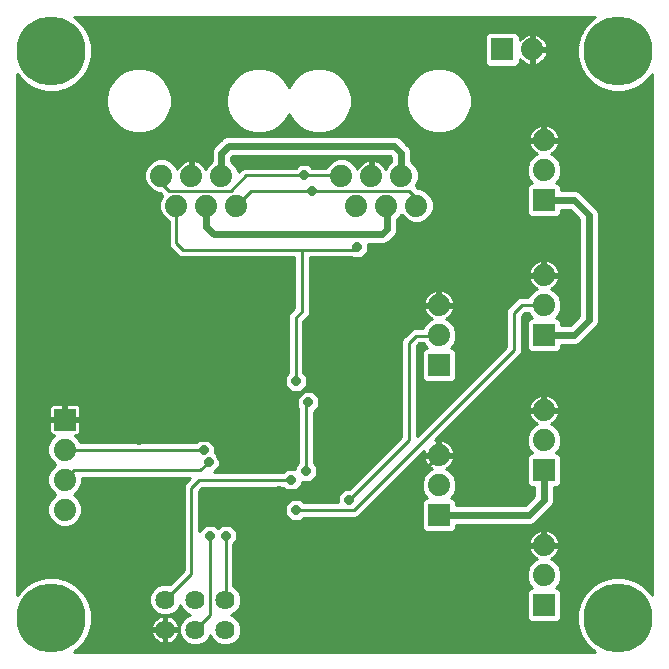
<source format=gbr>
G75*
G70*
%OFA0B0*%
%FSLAX24Y24*%
%IPPOS*%
%LPD*%
%AMOC8*
5,1,8,0,0,1.08239X$1,22.5*
%
%ADD10C,0.0640*%
%ADD11C,0.2300*%
%ADD12C,0.0740*%
%ADD13R,0.0740X0.0740*%
%ADD14C,0.0240*%
%ADD15OC8,0.0317*%
%ADD16C,0.0100*%
D10*
X005524Y001410D03*
X005524Y002410D03*
X006524Y002410D03*
X006524Y001410D03*
X007524Y001410D03*
X007524Y002410D03*
D11*
X001725Y001800D03*
X020622Y001800D03*
X020622Y020698D03*
X001725Y020698D03*
D12*
X005400Y016540D03*
X006400Y016540D03*
X007400Y016540D03*
X006900Y015540D03*
X005900Y015540D03*
X007900Y015540D03*
X011400Y016540D03*
X011900Y015540D03*
X012400Y016540D03*
X013400Y016540D03*
X012900Y015540D03*
X013900Y015540D03*
X014650Y012225D03*
X014650Y011225D03*
X018150Y012225D03*
X018150Y013225D03*
X018150Y016725D03*
X018150Y017725D03*
X017756Y020745D03*
X018150Y008725D03*
X018150Y007725D03*
X014650Y007225D03*
X014650Y006225D03*
X018150Y004225D03*
X018150Y003225D03*
X002174Y005406D03*
X002174Y006406D03*
X002174Y007406D03*
D13*
X002174Y008406D03*
X014650Y010225D03*
X018150Y011225D03*
X018150Y006725D03*
X014650Y005225D03*
X018150Y002225D03*
X018150Y015725D03*
X016756Y020745D03*
D14*
X013398Y017292D02*
X013398Y016542D01*
X013400Y016540D01*
X013398Y017292D02*
X013150Y017540D01*
X007650Y017540D01*
X007400Y017290D01*
X007400Y016540D01*
X006900Y015540D02*
X006900Y014833D01*
X007138Y014595D01*
X012768Y014595D01*
X012926Y014753D01*
X012926Y015515D01*
X012900Y015540D01*
X018150Y015725D02*
X019150Y015725D01*
X019650Y015225D01*
X019650Y011725D01*
X019150Y011225D01*
X018150Y011225D01*
X018150Y006725D02*
X018150Y005725D01*
X017650Y005225D01*
X014650Y005225D01*
D15*
X012650Y005225D03*
X011650Y005725D03*
X010217Y006702D03*
X009705Y006387D03*
X009310Y006032D03*
X009874Y005402D03*
X009310Y006976D03*
X009469Y008454D03*
X010296Y008985D03*
X009874Y009694D03*
X011477Y008139D03*
X013150Y008631D03*
X015737Y008316D03*
X012886Y011989D03*
X011902Y014162D03*
X010406Y016040D03*
X010150Y016544D03*
X009646Y012076D03*
X007264Y009713D03*
X006811Y007391D03*
X006969Y006997D03*
X004650Y007725D03*
X007020Y004536D03*
X007540Y004536D03*
X010150Y001225D03*
X012670Y003926D03*
X021150Y011225D03*
X015697Y013591D03*
X021150Y018225D03*
X015150Y021225D03*
X011650Y021225D03*
X008150Y021225D03*
X004650Y021225D03*
X001150Y018225D03*
X001150Y015725D03*
X004150Y013225D03*
X001150Y004225D03*
D16*
X000600Y004264D02*
X006138Y004264D01*
X006138Y004362D02*
X000600Y004362D01*
X000600Y004461D02*
X006138Y004461D01*
X006138Y004559D02*
X000600Y004559D01*
X000600Y004658D02*
X006138Y004658D01*
X006138Y004756D02*
X000600Y004756D01*
X000600Y004855D02*
X001990Y004855D01*
X002058Y004826D02*
X001845Y004915D01*
X001682Y005078D01*
X001594Y005291D01*
X001594Y005522D01*
X001682Y005735D01*
X001845Y005898D01*
X001865Y005906D01*
X001845Y005915D01*
X001682Y006078D01*
X001594Y006291D01*
X001594Y006522D01*
X001682Y006735D01*
X001845Y006898D01*
X001865Y006906D01*
X001845Y006915D01*
X001682Y007078D01*
X001594Y007291D01*
X001594Y007522D01*
X001682Y007735D01*
X001833Y007886D01*
X001784Y007886D01*
X001746Y007897D01*
X001712Y007916D01*
X001684Y007944D01*
X001664Y007978D01*
X001654Y008017D01*
X001654Y008356D01*
X002124Y008356D01*
X002124Y008456D01*
X001654Y008456D01*
X001654Y008796D01*
X001664Y008834D01*
X001684Y008868D01*
X001712Y008896D01*
X001746Y008916D01*
X001784Y008926D01*
X002124Y008926D01*
X002124Y008456D01*
X002224Y008456D01*
X002694Y008456D01*
X002694Y008796D01*
X002683Y008834D01*
X002664Y008868D01*
X002636Y008896D01*
X002602Y008916D01*
X002563Y008926D01*
X002224Y008926D01*
X002224Y008456D01*
X002224Y008356D01*
X002694Y008356D01*
X002694Y008017D01*
X002683Y007978D01*
X002664Y007944D01*
X002636Y007916D01*
X002602Y007897D01*
X002563Y007886D01*
X002514Y007886D01*
X002665Y007735D01*
X002700Y007651D01*
X006550Y007651D01*
X006659Y007759D01*
X006964Y007759D01*
X007180Y007543D01*
X007180Y007307D01*
X007338Y007150D01*
X007338Y006844D01*
X007140Y006647D01*
X009444Y006647D01*
X009552Y006755D01*
X009848Y006755D01*
X009848Y006854D01*
X009957Y006963D01*
X009957Y008802D01*
X009927Y008832D01*
X009927Y009138D01*
X010143Y009354D01*
X010448Y009354D01*
X010664Y009138D01*
X010664Y008832D01*
X010477Y008645D01*
X010477Y006963D01*
X010586Y006854D01*
X010586Y006549D01*
X010370Y006333D01*
X010074Y006333D01*
X010074Y006234D01*
X009858Y006018D01*
X009552Y006018D01*
X009444Y006127D01*
X006762Y006127D01*
X006658Y006023D01*
X006658Y004696D01*
X006867Y004905D01*
X007173Y004905D01*
X007280Y004798D01*
X007387Y004905D01*
X007693Y004905D01*
X007909Y004689D01*
X007909Y004383D01*
X007800Y004275D01*
X007800Y002870D01*
X007824Y002860D01*
X007973Y002710D01*
X008054Y002516D01*
X008054Y002305D01*
X007973Y002110D01*
X007824Y001961D01*
X007702Y001910D01*
X007824Y001860D01*
X007973Y001710D01*
X008054Y001516D01*
X008054Y001305D01*
X007973Y001110D01*
X007824Y000961D01*
X007629Y000880D01*
X007419Y000880D01*
X007224Y000961D01*
X007075Y001110D01*
X007024Y001232D01*
X006973Y001110D01*
X006824Y000961D01*
X006629Y000880D01*
X006419Y000880D01*
X006224Y000961D01*
X006075Y001110D01*
X005994Y001305D01*
X005994Y001516D01*
X006075Y001710D01*
X006224Y001860D01*
X006346Y001910D01*
X006224Y001961D01*
X006075Y002110D01*
X006024Y002232D01*
X005973Y002110D01*
X005824Y001961D01*
X005629Y001880D01*
X005419Y001880D01*
X005224Y001961D01*
X005075Y002110D01*
X004994Y002305D01*
X004994Y002516D01*
X005075Y002710D01*
X005224Y002860D01*
X005419Y002940D01*
X005629Y002940D01*
X005675Y002921D01*
X006138Y003384D01*
X006138Y006182D01*
X006178Y006278D01*
X006365Y006465D01*
X002754Y006465D01*
X002754Y006291D01*
X002665Y006078D01*
X002502Y005915D01*
X002482Y005906D01*
X002502Y005898D01*
X002665Y005735D01*
X002754Y005522D01*
X002754Y005291D01*
X002665Y005078D01*
X002502Y004915D01*
X002289Y004826D01*
X002058Y004826D01*
X001806Y004953D02*
X000600Y004953D01*
X000600Y005052D02*
X001708Y005052D01*
X001652Y005150D02*
X000600Y005150D01*
X000600Y005249D02*
X001611Y005249D01*
X001594Y005347D02*
X000600Y005347D01*
X000600Y005446D02*
X001594Y005446D01*
X001603Y005544D02*
X000600Y005544D01*
X000600Y005643D02*
X001644Y005643D01*
X001688Y005741D02*
X000600Y005741D01*
X000600Y005840D02*
X001787Y005840D01*
X001821Y005938D02*
X000600Y005938D01*
X000600Y006037D02*
X001723Y006037D01*
X001658Y006135D02*
X000600Y006135D01*
X000600Y006234D02*
X001617Y006234D01*
X001594Y006332D02*
X000600Y006332D01*
X000600Y006431D02*
X001594Y006431D01*
X001597Y006529D02*
X000600Y006529D01*
X000600Y006628D02*
X001638Y006628D01*
X001678Y006726D02*
X000600Y006726D01*
X000600Y006825D02*
X001772Y006825D01*
X001836Y006923D02*
X000600Y006923D01*
X000600Y007022D02*
X001738Y007022D01*
X001664Y007120D02*
X000600Y007120D01*
X000600Y007219D02*
X001624Y007219D01*
X001594Y007317D02*
X000600Y007317D01*
X000600Y007416D02*
X001594Y007416D01*
X001594Y007514D02*
X000600Y007514D01*
X000600Y007613D02*
X001631Y007613D01*
X001672Y007711D02*
X000600Y007711D01*
X000600Y007810D02*
X001757Y007810D01*
X001725Y007908D02*
X000600Y007908D01*
X000600Y008007D02*
X001656Y008007D01*
X001654Y008105D02*
X000600Y008105D01*
X000600Y008204D02*
X001654Y008204D01*
X001654Y008302D02*
X000600Y008302D01*
X000600Y008401D02*
X002124Y008401D01*
X002124Y008499D02*
X002224Y008499D01*
X002224Y008401D02*
X009957Y008401D01*
X009957Y008499D02*
X002694Y008499D01*
X002694Y008598D02*
X009957Y008598D01*
X009957Y008696D02*
X002694Y008696D01*
X002694Y008795D02*
X009957Y008795D01*
X009927Y008893D02*
X002639Y008893D01*
X002224Y008893D02*
X002124Y008893D01*
X002124Y008795D02*
X002224Y008795D01*
X002224Y008696D02*
X002124Y008696D01*
X002124Y008598D02*
X002224Y008598D01*
X002694Y008302D02*
X009957Y008302D01*
X009957Y008204D02*
X002694Y008204D01*
X002694Y008105D02*
X009957Y008105D01*
X009957Y008007D02*
X002691Y008007D01*
X002622Y007908D02*
X009957Y007908D01*
X009957Y007810D02*
X002590Y007810D01*
X002675Y007711D02*
X006611Y007711D01*
X006811Y007391D02*
X002189Y007391D01*
X002174Y007406D01*
X002493Y006725D02*
X002174Y006406D01*
X002493Y006725D02*
X006678Y006725D01*
X006969Y006997D01*
X007180Y007317D02*
X009957Y007317D01*
X009957Y007219D02*
X007269Y007219D01*
X007264Y007174D02*
X007462Y006976D01*
X009310Y006976D01*
X009523Y006726D02*
X007220Y006726D01*
X007318Y006825D02*
X009848Y006825D01*
X009917Y006923D02*
X007338Y006923D01*
X007338Y007022D02*
X009957Y007022D01*
X009957Y007120D02*
X007338Y007120D01*
X007264Y007174D02*
X007264Y007725D01*
X004650Y007725D01*
X006232Y006332D02*
X002754Y006332D01*
X002754Y006431D02*
X006330Y006431D01*
X006159Y006234D02*
X002730Y006234D01*
X002689Y006135D02*
X006138Y006135D01*
X006138Y006037D02*
X002624Y006037D01*
X002526Y005938D02*
X006138Y005938D01*
X006138Y005840D02*
X002560Y005840D01*
X002659Y005741D02*
X006138Y005741D01*
X006138Y005643D02*
X002703Y005643D01*
X002744Y005544D02*
X006138Y005544D01*
X006138Y005446D02*
X002754Y005446D01*
X002754Y005347D02*
X006138Y005347D01*
X006138Y005249D02*
X002736Y005249D01*
X002695Y005150D02*
X006138Y005150D01*
X006138Y005052D02*
X002639Y005052D01*
X002541Y004953D02*
X006138Y004953D01*
X006138Y004855D02*
X002358Y004855D01*
X001904Y003160D02*
X001546Y003160D01*
X001200Y003067D01*
X000890Y002888D01*
X000637Y002635D01*
X000600Y002572D01*
X000600Y019926D01*
X000637Y019863D01*
X000890Y019609D01*
X001200Y019430D01*
X001546Y019338D01*
X001904Y019338D01*
X002250Y019430D01*
X002560Y019609D01*
X002813Y019863D01*
X002992Y020173D01*
X003085Y020519D01*
X003085Y020877D01*
X002992Y021223D01*
X002813Y021533D01*
X002560Y021786D01*
X002497Y021822D01*
X019851Y021822D01*
X019787Y021786D01*
X019534Y021533D01*
X019355Y021223D01*
X019262Y020877D01*
X019262Y020519D01*
X019355Y020173D01*
X019534Y019863D01*
X019787Y019609D01*
X020098Y019430D01*
X020443Y019338D01*
X020801Y019338D01*
X021147Y019430D01*
X021458Y019609D01*
X021711Y019863D01*
X021747Y019926D01*
X021747Y002572D01*
X021711Y002635D01*
X021458Y002888D01*
X021147Y003067D01*
X020801Y003160D01*
X020443Y003160D01*
X020098Y003067D01*
X019787Y002888D01*
X019534Y002635D01*
X019355Y002325D01*
X019262Y001979D01*
X019262Y001621D01*
X019355Y001275D01*
X019534Y000965D01*
X019787Y000712D01*
X019851Y000675D01*
X002497Y000675D01*
X002560Y000712D01*
X002813Y000965D01*
X002992Y001275D01*
X003085Y001621D01*
X003085Y001979D01*
X002992Y002325D01*
X002813Y002635D01*
X002560Y002888D01*
X002250Y003067D01*
X001904Y003160D01*
X002196Y003082D02*
X005836Y003082D01*
X005934Y003180D02*
X000600Y003180D01*
X000600Y003082D02*
X001254Y003082D01*
X001054Y002983D02*
X000600Y002983D01*
X000600Y002885D02*
X000886Y002885D01*
X000788Y002786D02*
X000600Y002786D01*
X000600Y002688D02*
X000689Y002688D01*
X000610Y002589D02*
X000600Y002589D01*
X000600Y003279D02*
X006033Y003279D01*
X006131Y003377D02*
X000600Y003377D01*
X000600Y003476D02*
X006138Y003476D01*
X006138Y003574D02*
X000600Y003574D01*
X000600Y003673D02*
X006138Y003673D01*
X006138Y003771D02*
X000600Y003771D01*
X000600Y003870D02*
X006138Y003870D01*
X006138Y003968D02*
X000600Y003968D01*
X000600Y004067D02*
X006138Y004067D01*
X006138Y004165D02*
X000600Y004165D01*
X002395Y002983D02*
X005737Y002983D01*
X005285Y002885D02*
X002563Y002885D01*
X002662Y002786D02*
X005150Y002786D01*
X005065Y002688D02*
X002760Y002688D01*
X002840Y002589D02*
X005024Y002589D01*
X004994Y002491D02*
X002896Y002491D01*
X002953Y002392D02*
X004994Y002392D01*
X004999Y002294D02*
X003000Y002294D01*
X003027Y002195D02*
X005039Y002195D01*
X005088Y002097D02*
X003053Y002097D01*
X003080Y001998D02*
X005187Y001998D01*
X005278Y001812D02*
X005218Y001769D01*
X005166Y001716D01*
X005122Y001657D01*
X005088Y001591D01*
X005066Y001520D01*
X005054Y001449D01*
X005485Y001449D01*
X005485Y001372D01*
X005054Y001372D01*
X005066Y001300D01*
X005088Y001230D01*
X005122Y001164D01*
X005166Y001104D01*
X005218Y001052D01*
X005278Y001008D01*
X005344Y000975D01*
X005414Y000952D01*
X005485Y000940D01*
X005485Y001372D01*
X005563Y001372D01*
X005563Y001449D01*
X005994Y001449D01*
X005982Y001520D01*
X005960Y001591D01*
X005926Y001657D01*
X005883Y001716D01*
X005830Y001769D01*
X005770Y001812D01*
X005704Y001846D01*
X005634Y001869D01*
X005563Y001880D01*
X005563Y001449D01*
X005485Y001449D01*
X005485Y001880D01*
X005414Y001869D01*
X005344Y001846D01*
X005278Y001812D01*
X005263Y001801D02*
X003085Y001801D01*
X003085Y001703D02*
X005156Y001703D01*
X005095Y001604D02*
X003080Y001604D01*
X003054Y001506D02*
X005063Y001506D01*
X005064Y001309D02*
X003001Y001309D01*
X003028Y001407D02*
X005485Y001407D01*
X005563Y001407D02*
X005994Y001407D01*
X005994Y001372D02*
X005563Y001372D01*
X005563Y000940D01*
X005634Y000952D01*
X005704Y000975D01*
X005770Y001008D01*
X005830Y001052D01*
X005883Y001104D01*
X005926Y001164D01*
X005960Y001230D01*
X005982Y001300D01*
X005994Y001372D01*
X005984Y001309D02*
X005994Y001309D01*
X006033Y001210D02*
X005950Y001210D01*
X005888Y001112D02*
X006074Y001112D01*
X006172Y001013D02*
X005777Y001013D01*
X005563Y001013D02*
X005485Y001013D01*
X005485Y001112D02*
X005563Y001112D01*
X005563Y001210D02*
X005485Y001210D01*
X005485Y001309D02*
X005563Y001309D01*
X005563Y001506D02*
X005485Y001506D01*
X005485Y001604D02*
X005563Y001604D01*
X005563Y001703D02*
X005485Y001703D01*
X005485Y001801D02*
X005563Y001801D01*
X005676Y001900D02*
X006321Y001900D01*
X006187Y001998D02*
X005862Y001998D01*
X005960Y002097D02*
X006088Y002097D01*
X006039Y002195D02*
X006009Y002195D01*
X006165Y001801D02*
X005786Y001801D01*
X005892Y001703D02*
X006071Y001703D01*
X006031Y001604D02*
X005953Y001604D01*
X005985Y001506D02*
X005994Y001506D01*
X006335Y000915D02*
X002763Y000915D01*
X002841Y001013D02*
X005271Y001013D01*
X005160Y001112D02*
X002898Y001112D01*
X002955Y001210D02*
X005098Y001210D01*
X005372Y001900D02*
X003085Y001900D01*
X002664Y000816D02*
X019683Y000816D01*
X019781Y000718D02*
X002566Y000718D01*
X005524Y002410D02*
X005532Y002410D01*
X006398Y003276D01*
X006398Y006131D01*
X006654Y006387D01*
X009705Y006387D01*
X009975Y006135D02*
X011692Y006135D01*
X011651Y006094D02*
X011497Y006094D01*
X011281Y005878D01*
X011281Y005662D01*
X010136Y005662D01*
X010027Y005771D01*
X009722Y005771D01*
X009506Y005555D01*
X009506Y005250D01*
X009722Y005034D01*
X010027Y005034D01*
X010136Y005142D01*
X011879Y005142D01*
X011974Y005182D01*
X014144Y007352D01*
X014143Y007347D01*
X014131Y007275D01*
X014600Y007275D01*
X014600Y007175D01*
X014131Y007175D01*
X014143Y007103D01*
X014168Y007026D01*
X014205Y006953D01*
X014253Y006886D01*
X014311Y006829D01*
X014377Y006780D01*
X014421Y006758D01*
X014321Y006717D01*
X014158Y006554D01*
X014070Y006341D01*
X014070Y006110D01*
X014158Y005897D01*
X014250Y005805D01*
X014193Y005805D01*
X014070Y005682D01*
X014070Y004768D01*
X014193Y004645D01*
X015107Y004645D01*
X015230Y004768D01*
X015230Y004895D01*
X017716Y004895D01*
X017837Y004945D01*
X018337Y005445D01*
X018430Y005538D01*
X018480Y005660D01*
X018480Y006145D01*
X018607Y006145D01*
X018730Y006268D01*
X018730Y007182D01*
X018607Y007305D01*
X018550Y007305D01*
X018642Y007397D01*
X018730Y007610D01*
X018730Y007841D01*
X018642Y008054D01*
X018479Y008217D01*
X018379Y008258D01*
X018423Y008280D01*
X018489Y008329D01*
X018547Y008386D01*
X018595Y008453D01*
X018632Y008526D01*
X018657Y008603D01*
X018669Y008675D01*
X018200Y008675D01*
X018200Y008775D01*
X018669Y008775D01*
X018657Y008847D01*
X018632Y008925D01*
X018595Y008998D01*
X018547Y009064D01*
X018489Y009122D01*
X018423Y009170D01*
X018350Y009207D01*
X018272Y009232D01*
X018200Y009244D01*
X018200Y008775D01*
X018100Y008775D01*
X018100Y008675D01*
X017631Y008675D01*
X017643Y008603D01*
X017668Y008526D01*
X017705Y008453D01*
X017753Y008386D01*
X017811Y008329D01*
X017877Y008280D01*
X017921Y008258D01*
X017821Y008217D01*
X017658Y008054D01*
X017570Y007841D01*
X017570Y007610D01*
X017658Y007397D01*
X017750Y007305D01*
X017693Y007305D01*
X017570Y007182D01*
X017570Y006268D01*
X017693Y006145D01*
X017820Y006145D01*
X017820Y005862D01*
X017513Y005555D01*
X015230Y005555D01*
X015230Y005682D01*
X015107Y005805D01*
X015050Y005805D01*
X015142Y005897D01*
X015230Y006110D01*
X015230Y006341D01*
X015142Y006554D01*
X014979Y006717D01*
X014879Y006758D01*
X014923Y006780D01*
X014989Y006829D01*
X015047Y006886D01*
X015095Y006953D01*
X015132Y007026D01*
X015157Y007103D01*
X015169Y007175D01*
X014700Y007175D01*
X014700Y007275D01*
X015169Y007275D01*
X015157Y007347D01*
X015132Y007425D01*
X015095Y007498D01*
X015047Y007564D01*
X014989Y007622D01*
X014923Y007670D01*
X014850Y007707D01*
X014772Y007732D01*
X014700Y007744D01*
X014700Y007275D01*
X014600Y007275D01*
X014600Y007744D01*
X014528Y007732D01*
X014523Y007731D01*
X017297Y010505D01*
X017370Y010578D01*
X017410Y010673D01*
X017410Y011862D01*
X017521Y011973D01*
X017627Y011973D01*
X017658Y011897D01*
X017750Y011805D01*
X017693Y011805D01*
X017570Y011682D01*
X017570Y010768D01*
X017693Y010645D01*
X018607Y010645D01*
X018730Y010768D01*
X018730Y010895D01*
X019216Y010895D01*
X019337Y010945D01*
X019430Y011038D01*
X019930Y011538D01*
X019980Y011660D01*
X019980Y015291D01*
X019930Y015412D01*
X019837Y015505D01*
X019337Y016005D01*
X019216Y016055D01*
X018730Y016055D01*
X018730Y016182D01*
X018607Y016305D01*
X018550Y016305D01*
X018642Y016397D01*
X018730Y016610D01*
X018730Y016841D01*
X018642Y017054D01*
X018479Y017217D01*
X018379Y017258D01*
X018423Y017280D01*
X018489Y017329D01*
X018547Y017386D01*
X018595Y017453D01*
X018632Y017526D01*
X018657Y017603D01*
X018669Y017675D01*
X018200Y017675D01*
X018200Y017775D01*
X018669Y017775D01*
X018657Y017847D01*
X018632Y017925D01*
X018595Y017998D01*
X018547Y018064D01*
X018489Y018122D01*
X018423Y018170D01*
X018350Y018207D01*
X018272Y018232D01*
X018200Y018244D01*
X018200Y017775D01*
X018100Y017775D01*
X018100Y017675D01*
X017631Y017675D01*
X017643Y017603D01*
X017668Y017526D01*
X017705Y017453D01*
X017753Y017386D01*
X017811Y017329D01*
X017877Y017280D01*
X017921Y017258D01*
X017821Y017217D01*
X017658Y017054D01*
X017570Y016841D01*
X017570Y016610D01*
X017658Y016397D01*
X017750Y016305D01*
X017693Y016305D01*
X017570Y016182D01*
X017570Y015268D01*
X017693Y015145D01*
X018607Y015145D01*
X018730Y015268D01*
X018730Y015395D01*
X019013Y015395D01*
X019320Y015089D01*
X019320Y011862D01*
X019013Y011555D01*
X018730Y011555D01*
X018730Y011682D01*
X018607Y011805D01*
X018550Y011805D01*
X018642Y011897D01*
X018730Y012110D01*
X018730Y012341D01*
X019320Y012341D01*
X019320Y012439D02*
X018689Y012439D01*
X018730Y012341D02*
X018642Y012554D01*
X018479Y012717D01*
X018379Y012758D01*
X018423Y012780D01*
X018489Y012829D01*
X018547Y012886D01*
X018595Y012953D01*
X018632Y013026D01*
X018657Y013103D01*
X018669Y013175D01*
X018200Y013175D01*
X018200Y013275D01*
X018669Y013275D01*
X018657Y013347D01*
X018632Y013425D01*
X018595Y013498D01*
X018547Y013564D01*
X018489Y013622D01*
X018423Y013670D01*
X018350Y013707D01*
X018272Y013732D01*
X018200Y013744D01*
X018200Y013275D01*
X018100Y013275D01*
X018100Y013175D01*
X017631Y013175D01*
X017643Y013103D01*
X017668Y013026D01*
X017705Y012953D01*
X017753Y012886D01*
X017811Y012829D01*
X017877Y012780D01*
X017921Y012758D01*
X017821Y012717D01*
X017658Y012554D01*
X017633Y012493D01*
X017362Y012493D01*
X017267Y012453D01*
X017193Y012380D01*
X016930Y012117D01*
X016890Y012021D01*
X016890Y010833D01*
X013910Y007853D01*
X013910Y010862D01*
X013998Y010949D01*
X014136Y010949D01*
X014158Y010897D01*
X014250Y010805D01*
X014193Y010805D01*
X014070Y010682D01*
X014070Y009768D01*
X014193Y009645D01*
X015107Y009645D01*
X015230Y009768D01*
X015230Y010682D01*
X015107Y010805D01*
X015050Y010805D01*
X015142Y010897D01*
X015230Y011110D01*
X015230Y011341D01*
X015142Y011554D01*
X014979Y011717D01*
X014879Y011758D01*
X014923Y011780D01*
X014989Y011829D01*
X015047Y011886D01*
X015095Y011953D01*
X015132Y012026D01*
X015157Y012103D01*
X015169Y012175D01*
X014700Y012175D01*
X014700Y012275D01*
X015169Y012275D01*
X015157Y012347D01*
X015132Y012425D01*
X015095Y012498D01*
X015047Y012564D01*
X014989Y012622D01*
X014923Y012670D01*
X014850Y012707D01*
X014772Y012732D01*
X014700Y012744D01*
X014700Y012275D01*
X014600Y012275D01*
X014600Y012175D01*
X014131Y012175D01*
X014143Y012103D01*
X014168Y012026D01*
X014205Y011953D01*
X014253Y011886D01*
X014311Y011829D01*
X014377Y011780D01*
X014421Y011758D01*
X014321Y011717D01*
X014158Y011554D01*
X014123Y011469D01*
X013838Y011469D01*
X013743Y011430D01*
X013670Y011357D01*
X013503Y011190D01*
X013503Y011190D01*
X013430Y011117D01*
X013390Y011021D01*
X013390Y007833D01*
X011651Y006094D01*
X011791Y006234D02*
X010074Y006234D01*
X010074Y006332D02*
X011889Y006332D01*
X011988Y006431D02*
X010468Y006431D01*
X010566Y006529D02*
X012086Y006529D01*
X012185Y006628D02*
X010586Y006628D01*
X010586Y006726D02*
X012283Y006726D01*
X012382Y006825D02*
X010586Y006825D01*
X010517Y006923D02*
X012480Y006923D01*
X012579Y007022D02*
X010477Y007022D01*
X010477Y007120D02*
X012677Y007120D01*
X012776Y007219D02*
X010477Y007219D01*
X010477Y007317D02*
X012874Y007317D01*
X012973Y007416D02*
X010477Y007416D01*
X010477Y007514D02*
X013071Y007514D01*
X013170Y007613D02*
X010477Y007613D01*
X010477Y007711D02*
X013268Y007711D01*
X013367Y007810D02*
X010477Y007810D01*
X010477Y007908D02*
X013390Y007908D01*
X013390Y008007D02*
X010477Y008007D01*
X010477Y008105D02*
X013390Y008105D01*
X013390Y008204D02*
X010477Y008204D01*
X010477Y008302D02*
X013390Y008302D01*
X013390Y008401D02*
X010477Y008401D01*
X010477Y008499D02*
X013390Y008499D01*
X013390Y008598D02*
X010477Y008598D01*
X010528Y008696D02*
X013390Y008696D01*
X013390Y008795D02*
X010627Y008795D01*
X010664Y008893D02*
X013390Y008893D01*
X013390Y008992D02*
X010664Y008992D01*
X010664Y009090D02*
X013390Y009090D01*
X013390Y009189D02*
X010613Y009189D01*
X010515Y009287D02*
X013390Y009287D01*
X013390Y009386D02*
X010088Y009386D01*
X010027Y009325D02*
X010243Y009541D01*
X010243Y009846D01*
X010134Y009955D01*
X010134Y011692D01*
X010238Y011796D01*
X010311Y011869D01*
X010351Y011965D01*
X010351Y013816D01*
X011727Y013816D01*
X011749Y013793D01*
X012055Y013793D01*
X012271Y014009D01*
X012271Y014265D01*
X012834Y014265D01*
X012955Y014316D01*
X013113Y014473D01*
X013205Y014566D01*
X013256Y014687D01*
X013256Y015076D01*
X013392Y015212D01*
X013400Y015232D01*
X013408Y015212D01*
X013571Y015048D01*
X013785Y014960D01*
X014015Y014960D01*
X014229Y015048D01*
X014392Y015212D01*
X014480Y015425D01*
X014480Y015656D01*
X014392Y015869D01*
X014229Y016032D01*
X014015Y016120D01*
X013938Y016120D01*
X013870Y016187D01*
X013869Y016189D01*
X013892Y016212D01*
X013980Y016425D01*
X013980Y016656D01*
X013892Y016869D01*
X013729Y017032D01*
X013728Y017032D01*
X013728Y017358D01*
X013678Y017479D01*
X013585Y017572D01*
X013337Y017820D01*
X013216Y017870D01*
X007584Y017870D01*
X007463Y017820D01*
X007370Y017727D01*
X007120Y017477D01*
X007070Y017356D01*
X007070Y017030D01*
X006908Y016869D01*
X006867Y016769D01*
X006845Y016813D01*
X006797Y016879D01*
X006739Y016937D01*
X006673Y016985D01*
X006600Y017022D01*
X006522Y017047D01*
X006450Y017059D01*
X006450Y016590D01*
X006350Y016590D01*
X006350Y017059D01*
X006278Y017047D01*
X006200Y017022D01*
X006127Y016985D01*
X006061Y016937D01*
X006003Y016879D01*
X005955Y016813D01*
X005933Y016769D01*
X005892Y016869D01*
X005729Y017032D01*
X005515Y017120D01*
X005285Y017120D01*
X005071Y017032D01*
X004908Y016869D01*
X004820Y016656D01*
X004820Y016425D01*
X004908Y016212D01*
X005071Y016048D01*
X005285Y015960D01*
X005362Y015960D01*
X005430Y015893D01*
X005431Y015891D01*
X005408Y015869D01*
X005320Y015656D01*
X005320Y015425D01*
X005408Y015212D01*
X005571Y015048D01*
X005640Y015020D01*
X005640Y014238D01*
X005680Y014143D01*
X005894Y013928D01*
X005967Y013855D01*
X006063Y013816D01*
X009831Y013816D01*
X009831Y012124D01*
X009654Y011947D01*
X009614Y011852D01*
X009614Y009955D01*
X009506Y009846D01*
X009506Y009541D01*
X009722Y009325D01*
X010027Y009325D01*
X010076Y009287D02*
X000600Y009287D01*
X000600Y009189D02*
X009978Y009189D01*
X009927Y009090D02*
X000600Y009090D01*
X000600Y008992D02*
X009927Y008992D01*
X010217Y008906D02*
X010296Y008985D01*
X010217Y008906D02*
X010217Y006702D01*
X009877Y006037D02*
X011440Y006037D01*
X011342Y005938D02*
X006658Y005938D01*
X006658Y005840D02*
X011281Y005840D01*
X011281Y005741D02*
X010057Y005741D01*
X009692Y005741D02*
X006658Y005741D01*
X006658Y005643D02*
X009593Y005643D01*
X009506Y005544D02*
X006658Y005544D01*
X006658Y005446D02*
X009506Y005446D01*
X009506Y005347D02*
X006658Y005347D01*
X006658Y005249D02*
X009507Y005249D01*
X009605Y005150D02*
X006658Y005150D01*
X006658Y005052D02*
X009704Y005052D01*
X010045Y005052D02*
X014070Y005052D01*
X014070Y005150D02*
X011898Y005150D01*
X012041Y005249D02*
X014070Y005249D01*
X014070Y005347D02*
X012140Y005347D01*
X012238Y005446D02*
X014070Y005446D01*
X014070Y005544D02*
X012337Y005544D01*
X012435Y005643D02*
X014070Y005643D01*
X014129Y005741D02*
X012534Y005741D01*
X012632Y005840D02*
X014215Y005840D01*
X014141Y005938D02*
X012731Y005938D01*
X012829Y006037D02*
X014100Y006037D01*
X014070Y006135D02*
X012928Y006135D01*
X013026Y006234D02*
X014070Y006234D01*
X014070Y006332D02*
X013125Y006332D01*
X013223Y006431D02*
X014107Y006431D01*
X014148Y006529D02*
X013322Y006529D01*
X013420Y006628D02*
X014232Y006628D01*
X014344Y006726D02*
X013519Y006726D01*
X013617Y006825D02*
X014317Y006825D01*
X014227Y006923D02*
X013716Y006923D01*
X013814Y007022D02*
X014170Y007022D01*
X014140Y007120D02*
X013913Y007120D01*
X014011Y007219D02*
X014600Y007219D01*
X014650Y007225D02*
X013650Y006225D01*
X013650Y004725D01*
X014150Y004225D01*
X009690Y004225D01*
X009310Y004605D01*
X009310Y006032D01*
X009330Y006052D01*
X011260Y006052D01*
X011477Y006269D01*
X011477Y008139D01*
X012953Y008139D01*
X013150Y008335D01*
X013150Y008631D01*
X013910Y008598D02*
X014655Y008598D01*
X014753Y008696D02*
X013910Y008696D01*
X013910Y008795D02*
X014852Y008795D01*
X014950Y008893D02*
X013910Y008893D01*
X013910Y008992D02*
X015049Y008992D01*
X015147Y009090D02*
X013910Y009090D01*
X013910Y009189D02*
X015246Y009189D01*
X015344Y009287D02*
X013910Y009287D01*
X013910Y009386D02*
X015443Y009386D01*
X015541Y009484D02*
X013910Y009484D01*
X013910Y009583D02*
X015640Y009583D01*
X015738Y009681D02*
X015143Y009681D01*
X015230Y009780D02*
X015837Y009780D01*
X015935Y009878D02*
X015230Y009878D01*
X015230Y009977D02*
X016034Y009977D01*
X016132Y010075D02*
X015230Y010075D01*
X015230Y010174D02*
X016231Y010174D01*
X016329Y010272D02*
X015230Y010272D01*
X015230Y010371D02*
X016428Y010371D01*
X016526Y010469D02*
X015230Y010469D01*
X015230Y010568D02*
X016625Y010568D01*
X016723Y010666D02*
X015230Y010666D01*
X015147Y010765D02*
X016822Y010765D01*
X016890Y010863D02*
X015108Y010863D01*
X015169Y010962D02*
X016890Y010962D01*
X016890Y011060D02*
X015209Y011060D01*
X015230Y011159D02*
X016890Y011159D01*
X016890Y011257D02*
X015230Y011257D01*
X015224Y011356D02*
X016890Y011356D01*
X016890Y011454D02*
X015183Y011454D01*
X015142Y011553D02*
X016890Y011553D01*
X016890Y011651D02*
X015044Y011651D01*
X014899Y011750D02*
X016890Y011750D01*
X016890Y011848D02*
X015008Y011848D01*
X015090Y011947D02*
X016890Y011947D01*
X016900Y012045D02*
X015138Y012045D01*
X015164Y012144D02*
X016957Y012144D01*
X017055Y012242D02*
X014700Y012242D01*
X014650Y012225D02*
X013150Y012225D01*
X012914Y011989D01*
X012886Y011989D01*
X013570Y011257D02*
X010134Y011257D01*
X010134Y011159D02*
X013472Y011159D01*
X013406Y011060D02*
X010134Y011060D01*
X010134Y010962D02*
X013390Y010962D01*
X013390Y010863D02*
X010134Y010863D01*
X010134Y010765D02*
X013390Y010765D01*
X013390Y010666D02*
X010134Y010666D01*
X010134Y010568D02*
X013390Y010568D01*
X013390Y010469D02*
X010134Y010469D01*
X010134Y010371D02*
X013390Y010371D01*
X013390Y010272D02*
X010134Y010272D01*
X010134Y010174D02*
X013390Y010174D01*
X013390Y010075D02*
X010134Y010075D01*
X010134Y009977D02*
X013390Y009977D01*
X013390Y009878D02*
X010211Y009878D01*
X010243Y009780D02*
X013390Y009780D01*
X013390Y009681D02*
X010243Y009681D01*
X010243Y009583D02*
X013390Y009583D01*
X013390Y009484D02*
X010186Y009484D01*
X009874Y009694D02*
X009874Y011800D01*
X010091Y012017D01*
X010091Y014076D01*
X011815Y014076D01*
X011902Y014162D01*
X012178Y013917D02*
X019320Y013917D01*
X019320Y014015D02*
X012271Y014015D01*
X012271Y014114D02*
X019320Y014114D01*
X019320Y014212D02*
X012271Y014212D01*
X012079Y013818D02*
X019320Y013818D01*
X019320Y013720D02*
X018311Y013720D01*
X018200Y013720D02*
X018100Y013720D01*
X018100Y013744D02*
X018028Y013732D01*
X017950Y013707D01*
X017877Y013670D01*
X017811Y013622D01*
X017753Y013564D01*
X017705Y013498D01*
X017668Y013425D01*
X017643Y013347D01*
X017631Y013275D01*
X018100Y013275D01*
X018100Y013744D01*
X017989Y013720D02*
X010351Y013720D01*
X010351Y013621D02*
X017811Y013621D01*
X017723Y013523D02*
X010351Y013523D01*
X010351Y013424D02*
X017668Y013424D01*
X017639Y013326D02*
X010351Y013326D01*
X010351Y013227D02*
X018100Y013227D01*
X018150Y013225D02*
X017650Y013225D01*
X017150Y013725D01*
X017150Y017225D01*
X017650Y017725D01*
X018150Y017725D01*
X018200Y017758D02*
X021747Y017758D01*
X021747Y017660D02*
X018666Y017660D01*
X018643Y017561D02*
X021747Y017561D01*
X021747Y017463D02*
X018600Y017463D01*
X018524Y017364D02*
X021747Y017364D01*
X021747Y017266D02*
X018394Y017266D01*
X018528Y017167D02*
X021747Y017167D01*
X021747Y017069D02*
X018627Y017069D01*
X018676Y016970D02*
X021747Y016970D01*
X021747Y016872D02*
X018717Y016872D01*
X018730Y016773D02*
X021747Y016773D01*
X021747Y016675D02*
X018730Y016675D01*
X018716Y016576D02*
X021747Y016576D01*
X021747Y016478D02*
X018675Y016478D01*
X018624Y016379D02*
X021747Y016379D01*
X021747Y016281D02*
X018631Y016281D01*
X018730Y016182D02*
X021747Y016182D01*
X021747Y016084D02*
X018730Y016084D01*
X019357Y015985D02*
X021747Y015985D01*
X021747Y015887D02*
X019455Y015887D01*
X019554Y015788D02*
X021747Y015788D01*
X021747Y015690D02*
X019652Y015690D01*
X019751Y015591D02*
X021747Y015591D01*
X021747Y015493D02*
X019849Y015493D01*
X019937Y015394D02*
X021747Y015394D01*
X021747Y015296D02*
X019978Y015296D01*
X019980Y015197D02*
X021747Y015197D01*
X021747Y015099D02*
X019980Y015099D01*
X019980Y015000D02*
X021747Y015000D01*
X021747Y014902D02*
X019980Y014902D01*
X019980Y014803D02*
X021747Y014803D01*
X021747Y014705D02*
X019980Y014705D01*
X019980Y014606D02*
X021747Y014606D01*
X021747Y014508D02*
X019980Y014508D01*
X019980Y014409D02*
X021747Y014409D01*
X021747Y014311D02*
X019980Y014311D01*
X019980Y014212D02*
X021747Y014212D01*
X021747Y014114D02*
X019980Y014114D01*
X019980Y014015D02*
X021747Y014015D01*
X021747Y013917D02*
X019980Y013917D01*
X019980Y013818D02*
X021747Y013818D01*
X021747Y013720D02*
X019980Y013720D01*
X019980Y013621D02*
X021747Y013621D01*
X021747Y013523D02*
X019980Y013523D01*
X019980Y013424D02*
X021747Y013424D01*
X021747Y013326D02*
X019980Y013326D01*
X019980Y013227D02*
X021747Y013227D01*
X021747Y013129D02*
X019980Y013129D01*
X019980Y013030D02*
X021747Y013030D01*
X021747Y012932D02*
X019980Y012932D01*
X019980Y012833D02*
X021747Y012833D01*
X021747Y012735D02*
X019980Y012735D01*
X019980Y012636D02*
X021747Y012636D01*
X021747Y012538D02*
X019980Y012538D01*
X019980Y012439D02*
X021747Y012439D01*
X021747Y012341D02*
X019980Y012341D01*
X019980Y012242D02*
X021747Y012242D01*
X021747Y012144D02*
X019980Y012144D01*
X019980Y012045D02*
X021747Y012045D01*
X021747Y011947D02*
X019980Y011947D01*
X019980Y011848D02*
X021747Y011848D01*
X021747Y011750D02*
X019980Y011750D01*
X019977Y011651D02*
X021747Y011651D01*
X021747Y011553D02*
X019936Y011553D01*
X019846Y011454D02*
X021747Y011454D01*
X021747Y011356D02*
X019747Y011356D01*
X019649Y011257D02*
X021747Y011257D01*
X021747Y011159D02*
X019550Y011159D01*
X019452Y011060D02*
X021747Y011060D01*
X021747Y010962D02*
X019353Y010962D01*
X018730Y010863D02*
X021747Y010863D01*
X021747Y010765D02*
X018727Y010765D01*
X018628Y010666D02*
X021747Y010666D01*
X021747Y010568D02*
X017360Y010568D01*
X017407Y010666D02*
X017672Y010666D01*
X017573Y010765D02*
X017410Y010765D01*
X017410Y010863D02*
X017570Y010863D01*
X017570Y010962D02*
X017410Y010962D01*
X017410Y011060D02*
X017570Y011060D01*
X017570Y011159D02*
X017410Y011159D01*
X017410Y011257D02*
X017570Y011257D01*
X017570Y011356D02*
X017410Y011356D01*
X017410Y011454D02*
X017570Y011454D01*
X017570Y011553D02*
X017410Y011553D01*
X017410Y011651D02*
X017570Y011651D01*
X017638Y011750D02*
X017410Y011750D01*
X017410Y011848D02*
X017707Y011848D01*
X017638Y011947D02*
X017495Y011947D01*
X017414Y012233D02*
X018142Y012233D01*
X018150Y012225D01*
X018559Y012636D02*
X019320Y012636D01*
X019320Y012538D02*
X018648Y012538D01*
X018435Y012735D02*
X019320Y012735D01*
X019320Y012833D02*
X018493Y012833D01*
X018580Y012932D02*
X019320Y012932D01*
X019320Y013030D02*
X018633Y013030D01*
X018661Y013129D02*
X019320Y013129D01*
X019320Y013227D02*
X018200Y013227D01*
X018200Y013326D02*
X018100Y013326D01*
X018100Y013424D02*
X018200Y013424D01*
X018200Y013523D02*
X018100Y013523D01*
X018100Y013621D02*
X018200Y013621D01*
X018489Y013621D02*
X019320Y013621D01*
X019320Y013523D02*
X018577Y013523D01*
X018632Y013424D02*
X019320Y013424D01*
X019320Y013326D02*
X018661Y013326D01*
X017807Y012833D02*
X010351Y012833D01*
X010351Y012735D02*
X014543Y012735D01*
X014528Y012732D02*
X014450Y012707D01*
X014377Y012670D01*
X014311Y012622D01*
X014253Y012564D01*
X014205Y012498D01*
X014168Y012425D01*
X014143Y012347D01*
X014131Y012275D01*
X014600Y012275D01*
X014600Y012744D01*
X014528Y012732D01*
X014600Y012735D02*
X014700Y012735D01*
X014757Y012735D02*
X017865Y012735D01*
X017741Y012636D02*
X014969Y012636D01*
X015066Y012538D02*
X017652Y012538D01*
X017414Y012233D02*
X017150Y011969D01*
X017150Y010725D01*
X011827Y005402D01*
X009874Y005402D01*
X009534Y006037D02*
X006672Y006037D01*
X006658Y004953D02*
X014070Y004953D01*
X014070Y004855D02*
X007743Y004855D01*
X007841Y004756D02*
X014082Y004756D01*
X014181Y004658D02*
X007909Y004658D01*
X007909Y004559D02*
X017750Y004559D01*
X017753Y004564D02*
X017705Y004498D01*
X017668Y004425D01*
X017643Y004347D01*
X017631Y004275D01*
X018100Y004275D01*
X018100Y004175D01*
X017631Y004175D01*
X017643Y004103D01*
X017668Y004026D01*
X017705Y003953D01*
X017753Y003886D01*
X017811Y003829D01*
X017877Y003780D01*
X017921Y003758D01*
X017821Y003717D01*
X017658Y003554D01*
X017570Y003341D01*
X017570Y003110D01*
X017658Y002897D01*
X017750Y002805D01*
X017693Y002805D01*
X017570Y002682D01*
X017570Y001768D01*
X017693Y001645D01*
X018607Y001645D01*
X018730Y001768D01*
X018730Y002682D01*
X018607Y002805D01*
X018550Y002805D01*
X018642Y002897D01*
X018730Y003110D01*
X018730Y003341D01*
X018642Y003554D01*
X018479Y003717D01*
X018379Y003758D01*
X018423Y003780D01*
X018489Y003829D01*
X018547Y003886D01*
X018595Y003953D01*
X018632Y004026D01*
X018657Y004103D01*
X018669Y004175D01*
X018200Y004175D01*
X018200Y004275D01*
X018669Y004275D01*
X018657Y004347D01*
X018632Y004425D01*
X018595Y004498D01*
X018547Y004564D01*
X018489Y004622D01*
X018423Y004670D01*
X018350Y004707D01*
X018272Y004732D01*
X018200Y004744D01*
X018200Y004275D01*
X018100Y004275D01*
X018100Y004744D01*
X018028Y004732D01*
X017950Y004707D01*
X017877Y004670D01*
X017811Y004622D01*
X017753Y004564D01*
X017686Y004461D02*
X007909Y004461D01*
X007887Y004362D02*
X017648Y004362D01*
X017633Y004165D02*
X007800Y004165D01*
X007800Y004067D02*
X017655Y004067D01*
X017697Y003968D02*
X007800Y003968D01*
X007800Y003870D02*
X017770Y003870D01*
X017896Y003771D02*
X007800Y003771D01*
X007800Y003673D02*
X017777Y003673D01*
X017679Y003574D02*
X007800Y003574D01*
X007800Y003476D02*
X017626Y003476D01*
X017585Y003377D02*
X007800Y003377D01*
X007800Y003279D02*
X017570Y003279D01*
X017570Y003180D02*
X007800Y003180D01*
X007800Y003082D02*
X017582Y003082D01*
X017622Y002983D02*
X007800Y002983D01*
X007800Y002885D02*
X017670Y002885D01*
X017674Y002786D02*
X007898Y002786D01*
X007983Y002688D02*
X017576Y002688D01*
X017570Y002589D02*
X008024Y002589D01*
X008054Y002491D02*
X017570Y002491D01*
X017570Y002392D02*
X008054Y002392D01*
X008049Y002294D02*
X017570Y002294D01*
X017570Y002195D02*
X008009Y002195D01*
X007960Y002097D02*
X017570Y002097D01*
X017570Y001998D02*
X007862Y001998D01*
X007727Y001900D02*
X017570Y001900D01*
X017570Y001801D02*
X007883Y001801D01*
X007977Y001703D02*
X017636Y001703D01*
X018664Y001703D02*
X019262Y001703D01*
X019262Y001801D02*
X018730Y001801D01*
X018730Y001900D02*
X019262Y001900D01*
X019268Y001998D02*
X018730Y001998D01*
X018730Y002097D02*
X019294Y002097D01*
X019320Y002195D02*
X018730Y002195D01*
X018730Y002294D02*
X019347Y002294D01*
X019394Y002392D02*
X018730Y002392D01*
X018730Y002491D02*
X019451Y002491D01*
X019508Y002589D02*
X018730Y002589D01*
X018724Y002688D02*
X019587Y002688D01*
X019685Y002786D02*
X018626Y002786D01*
X018630Y002885D02*
X019784Y002885D01*
X019952Y002983D02*
X018678Y002983D01*
X018718Y003082D02*
X020151Y003082D01*
X021094Y003082D02*
X021747Y003082D01*
X021747Y003180D02*
X018730Y003180D01*
X018730Y003279D02*
X021747Y003279D01*
X021747Y003377D02*
X018715Y003377D01*
X018674Y003476D02*
X021747Y003476D01*
X021747Y003574D02*
X018621Y003574D01*
X018523Y003673D02*
X021747Y003673D01*
X021747Y003771D02*
X018404Y003771D01*
X018530Y003870D02*
X021747Y003870D01*
X021747Y003968D02*
X018603Y003968D01*
X018645Y004067D02*
X021747Y004067D01*
X021747Y004165D02*
X018667Y004165D01*
X018652Y004362D02*
X021747Y004362D01*
X021747Y004264D02*
X018200Y004264D01*
X018150Y004225D02*
X014150Y004225D01*
X015119Y004658D02*
X017861Y004658D01*
X018100Y004658D02*
X018200Y004658D01*
X018200Y004559D02*
X018100Y004559D01*
X018100Y004461D02*
X018200Y004461D01*
X018200Y004362D02*
X018100Y004362D01*
X018100Y004264D02*
X007800Y004264D01*
X007540Y004536D02*
X007540Y002426D01*
X007524Y002410D01*
X007020Y001906D02*
X006524Y001410D01*
X007015Y001210D02*
X007033Y001210D01*
X007074Y001112D02*
X006974Y001112D01*
X006877Y001013D02*
X007172Y001013D01*
X007335Y000915D02*
X006713Y000915D01*
X007020Y001906D02*
X007020Y004536D01*
X006817Y004855D02*
X006658Y004855D01*
X006658Y004756D02*
X006719Y004756D01*
X007223Y004855D02*
X007337Y004855D01*
X007180Y007416D02*
X009957Y007416D01*
X009957Y007514D02*
X007180Y007514D01*
X007111Y007613D02*
X009957Y007613D01*
X009957Y007711D02*
X007012Y007711D01*
X007264Y007725D02*
X007264Y009713D01*
X009506Y009681D02*
X000600Y009681D01*
X000600Y009583D02*
X009506Y009583D01*
X009562Y009484D02*
X000600Y009484D01*
X000600Y009386D02*
X009661Y009386D01*
X009506Y009780D02*
X000600Y009780D01*
X000600Y009878D02*
X009537Y009878D01*
X009614Y009977D02*
X000600Y009977D01*
X000600Y010075D02*
X009614Y010075D01*
X009614Y010174D02*
X000600Y010174D01*
X000600Y010272D02*
X009614Y010272D01*
X009614Y010371D02*
X000600Y010371D01*
X000600Y010469D02*
X009614Y010469D01*
X009614Y010568D02*
X000600Y010568D01*
X000600Y010666D02*
X009614Y010666D01*
X009614Y010765D02*
X000600Y010765D01*
X000600Y010863D02*
X009614Y010863D01*
X009614Y010962D02*
X000600Y010962D01*
X000600Y011060D02*
X009614Y011060D01*
X009614Y011159D02*
X000600Y011159D01*
X000600Y011257D02*
X009614Y011257D01*
X009614Y011356D02*
X000600Y011356D01*
X000600Y011454D02*
X009614Y011454D01*
X009614Y011553D02*
X000600Y011553D01*
X000600Y011651D02*
X009614Y011651D01*
X009614Y011750D02*
X000600Y011750D01*
X000600Y011848D02*
X009614Y011848D01*
X009654Y011947D02*
X000600Y011947D01*
X000600Y012045D02*
X009752Y012045D01*
X009646Y012076D02*
X009469Y011898D01*
X009469Y008454D01*
X011650Y005725D02*
X013650Y007725D01*
X013650Y010969D01*
X013890Y011209D01*
X014634Y011209D01*
X014650Y011225D01*
X014256Y011651D02*
X010134Y011651D01*
X010134Y011553D02*
X014158Y011553D01*
X014292Y011848D02*
X010290Y011848D01*
X010343Y011947D02*
X014210Y011947D01*
X014162Y012045D02*
X010351Y012045D01*
X010351Y012144D02*
X014136Y012144D01*
X014142Y012341D02*
X010351Y012341D01*
X010351Y012439D02*
X014175Y012439D01*
X014234Y012538D02*
X010351Y012538D01*
X010351Y012636D02*
X014331Y012636D01*
X014600Y012636D02*
X014700Y012636D01*
X014700Y012538D02*
X014600Y012538D01*
X014600Y012439D02*
X014700Y012439D01*
X014700Y012341D02*
X014600Y012341D01*
X014600Y012242D02*
X010351Y012242D01*
X010192Y011750D02*
X014401Y011750D01*
X013802Y011454D02*
X010134Y011454D01*
X010134Y011356D02*
X013669Y011356D01*
X013670Y011357D02*
X013670Y011357D01*
X013912Y010863D02*
X014192Y010863D01*
X014153Y010765D02*
X013910Y010765D01*
X013910Y010666D02*
X014070Y010666D01*
X014070Y010568D02*
X013910Y010568D01*
X013910Y010469D02*
X014070Y010469D01*
X014070Y010371D02*
X013910Y010371D01*
X013910Y010272D02*
X014070Y010272D01*
X014070Y010174D02*
X013910Y010174D01*
X013910Y010075D02*
X014070Y010075D01*
X014070Y009977D02*
X013910Y009977D01*
X013910Y009878D02*
X014070Y009878D01*
X014070Y009780D02*
X013910Y009780D01*
X013910Y009681D02*
X014157Y009681D01*
X013910Y008499D02*
X014556Y008499D01*
X014458Y008401D02*
X013910Y008401D01*
X013910Y008302D02*
X014359Y008302D01*
X014261Y008204D02*
X013910Y008204D01*
X013910Y008105D02*
X014162Y008105D01*
X014064Y008007D02*
X013910Y008007D01*
X013910Y007908D02*
X013965Y007908D01*
X014602Y007810D02*
X017570Y007810D01*
X017570Y007711D02*
X014837Y007711D01*
X014700Y007711D02*
X014600Y007711D01*
X014600Y007613D02*
X014700Y007613D01*
X014700Y007514D02*
X014600Y007514D01*
X014600Y007416D02*
X014700Y007416D01*
X014700Y007317D02*
X014600Y007317D01*
X014700Y007219D02*
X017607Y007219D01*
X017570Y007120D02*
X015160Y007120D01*
X015130Y007022D02*
X017570Y007022D01*
X017570Y006923D02*
X015073Y006923D01*
X014983Y006825D02*
X017570Y006825D01*
X017570Y006726D02*
X014956Y006726D01*
X015068Y006628D02*
X017570Y006628D01*
X017570Y006529D02*
X015152Y006529D01*
X015193Y006431D02*
X017570Y006431D01*
X017570Y006332D02*
X015230Y006332D01*
X015230Y006234D02*
X017604Y006234D01*
X017820Y006135D02*
X015230Y006135D01*
X015200Y006037D02*
X017820Y006037D01*
X017820Y005938D02*
X015159Y005938D01*
X015085Y005840D02*
X017798Y005840D01*
X017699Y005741D02*
X015171Y005741D01*
X015230Y005643D02*
X017601Y005643D01*
X018140Y005249D02*
X021747Y005249D01*
X021747Y005347D02*
X018239Y005347D01*
X018337Y005445D02*
X018337Y005445D01*
X018337Y005446D02*
X021747Y005446D01*
X021747Y005544D02*
X018432Y005544D01*
X018473Y005643D02*
X021747Y005643D01*
X021747Y005741D02*
X018480Y005741D01*
X018480Y005840D02*
X021747Y005840D01*
X021747Y005938D02*
X018480Y005938D01*
X018480Y006037D02*
X021747Y006037D01*
X021747Y006135D02*
X018480Y006135D01*
X018695Y006234D02*
X021747Y006234D01*
X021747Y006332D02*
X018730Y006332D01*
X018730Y006431D02*
X021747Y006431D01*
X021747Y006529D02*
X018730Y006529D01*
X018730Y006628D02*
X021747Y006628D01*
X021747Y006726D02*
X018730Y006726D01*
X018730Y006825D02*
X021747Y006825D01*
X021747Y006923D02*
X018730Y006923D01*
X018730Y007022D02*
X021747Y007022D01*
X021747Y007120D02*
X018730Y007120D01*
X018693Y007219D02*
X021747Y007219D01*
X021747Y007317D02*
X018562Y007317D01*
X018650Y007416D02*
X021747Y007416D01*
X021747Y007514D02*
X018690Y007514D01*
X018730Y007613D02*
X021747Y007613D01*
X021747Y007711D02*
X018730Y007711D01*
X018730Y007810D02*
X021747Y007810D01*
X021747Y007908D02*
X018702Y007908D01*
X018661Y008007D02*
X021747Y008007D01*
X021747Y008105D02*
X018590Y008105D01*
X018492Y008204D02*
X021747Y008204D01*
X021747Y008302D02*
X018452Y008302D01*
X018557Y008401D02*
X021747Y008401D01*
X021747Y008499D02*
X018618Y008499D01*
X018655Y008598D02*
X021747Y008598D01*
X021747Y008696D02*
X018200Y008696D01*
X018200Y008795D02*
X018100Y008795D01*
X018100Y008775D02*
X018100Y009244D01*
X018028Y009232D01*
X017950Y009207D01*
X017877Y009170D01*
X017811Y009122D01*
X017753Y009064D01*
X017705Y008998D01*
X017668Y008925D01*
X017643Y008847D01*
X017631Y008775D01*
X018100Y008775D01*
X018100Y008696D02*
X015489Y008696D01*
X015587Y008795D02*
X017635Y008795D01*
X017658Y008893D02*
X015686Y008893D01*
X015784Y008992D02*
X017702Y008992D01*
X017780Y009090D02*
X015883Y009090D01*
X015981Y009189D02*
X017914Y009189D01*
X018100Y009189D02*
X018200Y009189D01*
X018200Y009090D02*
X018100Y009090D01*
X018100Y008992D02*
X018200Y008992D01*
X018200Y008893D02*
X018100Y008893D01*
X018386Y009189D02*
X021747Y009189D01*
X021747Y009287D02*
X016080Y009287D01*
X016178Y009386D02*
X021747Y009386D01*
X021747Y009484D02*
X016277Y009484D01*
X016375Y009583D02*
X021747Y009583D01*
X021747Y009681D02*
X016474Y009681D01*
X016572Y009780D02*
X021747Y009780D01*
X021747Y009878D02*
X016671Y009878D01*
X016769Y009977D02*
X021747Y009977D01*
X021747Y010075D02*
X016868Y010075D01*
X016966Y010174D02*
X021747Y010174D01*
X021747Y010272D02*
X017065Y010272D01*
X017163Y010371D02*
X021747Y010371D01*
X021747Y010469D02*
X017262Y010469D01*
X018520Y009090D02*
X021747Y009090D01*
X021747Y008992D02*
X018598Y008992D01*
X018642Y008893D02*
X021747Y008893D01*
X021747Y008795D02*
X018665Y008795D01*
X017848Y008302D02*
X015095Y008302D01*
X015193Y008401D02*
X017743Y008401D01*
X017682Y008499D02*
X015292Y008499D01*
X015390Y008598D02*
X017645Y008598D01*
X017808Y008204D02*
X014996Y008204D01*
X014898Y008105D02*
X017710Y008105D01*
X017639Y008007D02*
X014799Y008007D01*
X014701Y007908D02*
X017598Y007908D01*
X017570Y007613D02*
X014998Y007613D01*
X015083Y007514D02*
X017610Y007514D01*
X017650Y007416D02*
X015135Y007416D01*
X015162Y007317D02*
X017738Y007317D01*
X018042Y005150D02*
X021747Y005150D01*
X021747Y005052D02*
X017943Y005052D01*
X017845Y004953D02*
X021747Y004953D01*
X021747Y004855D02*
X015230Y004855D01*
X015218Y004756D02*
X021747Y004756D01*
X021747Y004658D02*
X018439Y004658D01*
X018550Y004559D02*
X021747Y004559D01*
X021747Y004461D02*
X018614Y004461D01*
X019267Y001604D02*
X008017Y001604D01*
X008054Y001506D02*
X019293Y001506D01*
X019320Y001407D02*
X008054Y001407D01*
X008054Y001309D02*
X019346Y001309D01*
X019393Y001210D02*
X008015Y001210D01*
X007974Y001112D02*
X019449Y001112D01*
X019506Y001013D02*
X007877Y001013D01*
X007713Y000915D02*
X019584Y000915D01*
X021461Y002885D02*
X021747Y002885D01*
X021747Y002983D02*
X021293Y002983D01*
X021560Y002786D02*
X021747Y002786D01*
X021747Y002688D02*
X021658Y002688D01*
X021737Y002589D02*
X021747Y002589D01*
X014138Y007317D02*
X014110Y007317D01*
X018662Y011750D02*
X019208Y011750D01*
X019306Y011848D02*
X018593Y011848D01*
X018662Y011947D02*
X019320Y011947D01*
X019320Y012045D02*
X018703Y012045D01*
X018730Y012144D02*
X019320Y012144D01*
X019320Y012242D02*
X018730Y012242D01*
X018730Y011651D02*
X019109Y011651D01*
X017720Y012932D02*
X010351Y012932D01*
X010351Y013030D02*
X017667Y013030D01*
X017639Y013129D02*
X010351Y013129D01*
X009831Y013129D02*
X000600Y013129D01*
X000600Y013227D02*
X009831Y013227D01*
X009831Y013326D02*
X000600Y013326D01*
X000600Y013424D02*
X009831Y013424D01*
X009831Y013523D02*
X000600Y013523D01*
X000600Y013621D02*
X009831Y013621D01*
X009831Y013720D02*
X000600Y013720D01*
X000600Y013818D02*
X006056Y013818D01*
X005906Y013917D02*
X000600Y013917D01*
X000600Y014015D02*
X005807Y014015D01*
X005709Y014114D02*
X000600Y014114D01*
X000600Y014212D02*
X005651Y014212D01*
X005640Y014311D02*
X000600Y014311D01*
X000600Y014409D02*
X005640Y014409D01*
X005640Y014508D02*
X000600Y014508D01*
X000600Y014606D02*
X005640Y014606D01*
X005640Y014705D02*
X000600Y014705D01*
X000600Y014803D02*
X005640Y014803D01*
X005640Y014902D02*
X000600Y014902D01*
X000600Y015000D02*
X005640Y015000D01*
X005521Y015099D02*
X000600Y015099D01*
X000600Y015197D02*
X005423Y015197D01*
X005373Y015296D02*
X000600Y015296D01*
X000600Y015394D02*
X005333Y015394D01*
X005320Y015493D02*
X000600Y015493D01*
X000600Y015591D02*
X005320Y015591D01*
X005334Y015690D02*
X000600Y015690D01*
X000600Y015788D02*
X005375Y015788D01*
X005426Y015887D02*
X000600Y015887D01*
X000600Y015985D02*
X005224Y015985D01*
X005036Y016084D02*
X000600Y016084D01*
X000600Y016182D02*
X004938Y016182D01*
X004880Y016281D02*
X000600Y016281D01*
X000600Y016379D02*
X004839Y016379D01*
X004820Y016478D02*
X000600Y016478D01*
X000600Y016576D02*
X004820Y016576D01*
X004828Y016675D02*
X000600Y016675D01*
X000600Y016773D02*
X004869Y016773D01*
X004911Y016872D02*
X000600Y016872D01*
X000600Y016970D02*
X005010Y016970D01*
X005160Y017069D02*
X000600Y017069D01*
X000600Y017167D02*
X007070Y017167D01*
X007070Y017069D02*
X005640Y017069D01*
X005790Y016970D02*
X006107Y016970D01*
X005998Y016872D02*
X005889Y016872D01*
X005931Y016773D02*
X005935Y016773D01*
X006350Y016773D02*
X006450Y016773D01*
X006450Y016675D02*
X006350Y016675D01*
X006350Y016872D02*
X006450Y016872D01*
X006450Y016970D02*
X006350Y016970D01*
X006693Y016970D02*
X007010Y016970D01*
X006911Y016872D02*
X006802Y016872D01*
X006865Y016773D02*
X006869Y016773D01*
X007070Y017266D02*
X000600Y017266D01*
X000600Y017364D02*
X007073Y017364D01*
X007114Y017463D02*
X000600Y017463D01*
X000600Y017561D02*
X007204Y017561D01*
X007303Y017660D02*
X000600Y017660D01*
X000600Y017758D02*
X007401Y017758D01*
X007552Y017857D02*
X000600Y017857D01*
X000600Y017955D02*
X004488Y017955D01*
X004506Y017950D02*
X004229Y018024D01*
X003981Y018168D01*
X003778Y018371D01*
X003634Y018619D01*
X003560Y018897D01*
X003560Y019184D01*
X003634Y019461D01*
X003778Y019709D01*
X003981Y019912D01*
X004229Y020056D01*
X004506Y020130D01*
X004794Y020130D01*
X005071Y020056D01*
X005319Y019912D01*
X005522Y019709D01*
X005666Y019461D01*
X005740Y019184D01*
X005740Y018897D01*
X005666Y018619D01*
X005522Y018371D01*
X005319Y018168D01*
X005071Y018024D01*
X004794Y017950D01*
X004506Y017950D01*
X004812Y017955D02*
X008488Y017955D01*
X008506Y017950D02*
X008794Y017950D01*
X009071Y018024D01*
X009319Y018168D01*
X009522Y018371D01*
X009650Y018592D01*
X009778Y018371D01*
X009981Y018168D01*
X010229Y018024D01*
X010506Y017950D01*
X010794Y017950D01*
X011071Y018024D01*
X011319Y018168D01*
X011522Y018371D01*
X011666Y018619D01*
X011740Y018897D01*
X011740Y019184D01*
X011666Y019461D01*
X011522Y019709D01*
X011319Y019912D01*
X011071Y020056D01*
X010794Y020130D01*
X010506Y020130D01*
X010229Y020056D01*
X009981Y019912D01*
X009778Y019709D01*
X009650Y019488D01*
X009522Y019709D01*
X009319Y019912D01*
X009071Y020056D01*
X008794Y020130D01*
X008506Y020130D01*
X008229Y020056D01*
X007981Y019912D01*
X007778Y019709D01*
X007634Y019461D01*
X007560Y019184D01*
X007560Y018897D01*
X007634Y018619D01*
X007778Y018371D01*
X007981Y018168D01*
X008229Y018024D01*
X008506Y017950D01*
X008179Y018054D02*
X005121Y018054D01*
X005292Y018152D02*
X008008Y018152D01*
X007898Y018251D02*
X005402Y018251D01*
X005501Y018349D02*
X007799Y018349D01*
X007733Y018448D02*
X005567Y018448D01*
X005623Y018546D02*
X007677Y018546D01*
X007627Y018645D02*
X005672Y018645D01*
X005699Y018743D02*
X007601Y018743D01*
X007575Y018842D02*
X005725Y018842D01*
X005740Y018940D02*
X007560Y018940D01*
X007560Y019039D02*
X005740Y019039D01*
X005740Y019137D02*
X007560Y019137D01*
X007574Y019236D02*
X005726Y019236D01*
X005700Y019334D02*
X007600Y019334D01*
X007627Y019433D02*
X005673Y019433D01*
X005625Y019531D02*
X007675Y019531D01*
X007732Y019630D02*
X005568Y019630D01*
X005503Y019728D02*
X007797Y019728D01*
X007895Y019827D02*
X005405Y019827D01*
X005297Y019925D02*
X008003Y019925D01*
X008174Y020024D02*
X005126Y020024D01*
X004823Y020122D02*
X008477Y020122D01*
X008823Y020122D02*
X010477Y020122D01*
X010174Y020024D02*
X009126Y020024D01*
X009297Y019925D02*
X010003Y019925D01*
X009895Y019827D02*
X009405Y019827D01*
X009503Y019728D02*
X009797Y019728D01*
X009732Y019630D02*
X009568Y019630D01*
X009625Y019531D02*
X009675Y019531D01*
X009677Y018546D02*
X009623Y018546D01*
X009567Y018448D02*
X009733Y018448D01*
X009799Y018349D02*
X009501Y018349D01*
X009402Y018251D02*
X009898Y018251D01*
X010008Y018152D02*
X009292Y018152D01*
X009121Y018054D02*
X010179Y018054D01*
X010488Y017955D02*
X008812Y017955D01*
X007787Y017210D02*
X013013Y017210D01*
X013068Y017155D01*
X013068Y017028D01*
X012908Y016869D01*
X012867Y016769D01*
X012845Y016813D01*
X012797Y016879D01*
X012739Y016937D01*
X012673Y016985D01*
X012600Y017022D01*
X012522Y017047D01*
X012450Y017059D01*
X012450Y016590D01*
X012350Y016590D01*
X012350Y017059D01*
X012278Y017047D01*
X012200Y017022D01*
X012127Y016985D01*
X012061Y016937D01*
X012003Y016879D01*
X011955Y016813D01*
X011933Y016769D01*
X011892Y016869D01*
X011729Y017032D01*
X011515Y017120D01*
X011285Y017120D01*
X011071Y017032D01*
X010908Y016869D01*
X010882Y016804D01*
X010411Y016804D01*
X010303Y016913D01*
X009997Y016913D01*
X009889Y016804D01*
X008169Y016804D01*
X008074Y016765D01*
X008000Y016691D01*
X007975Y016666D01*
X007892Y016869D01*
X007730Y017030D01*
X007730Y017153D01*
X007787Y017210D01*
X007744Y017167D02*
X013056Y017167D01*
X013068Y017069D02*
X011640Y017069D01*
X011790Y016970D02*
X012107Y016970D01*
X011998Y016872D02*
X011889Y016872D01*
X011931Y016773D02*
X011935Y016773D01*
X012350Y016773D02*
X012450Y016773D01*
X012450Y016675D02*
X012350Y016675D01*
X012350Y016872D02*
X012450Y016872D01*
X012450Y016970D02*
X012350Y016970D01*
X012693Y016970D02*
X013010Y016970D01*
X012911Y016872D02*
X012802Y016872D01*
X012865Y016773D02*
X012869Y016773D01*
X013685Y017463D02*
X017700Y017463D01*
X017657Y017561D02*
X013596Y017561D01*
X013497Y017660D02*
X017634Y017660D01*
X017631Y017775D02*
X018100Y017775D01*
X018100Y018244D01*
X018028Y018232D01*
X017950Y018207D01*
X017877Y018170D01*
X017811Y018122D01*
X017753Y018064D01*
X017705Y017998D01*
X017668Y017925D01*
X017643Y017847D01*
X017631Y017775D01*
X017646Y017857D02*
X013248Y017857D01*
X013399Y017758D02*
X018100Y017758D01*
X018100Y017857D02*
X018200Y017857D01*
X018200Y017955D02*
X018100Y017955D01*
X018100Y018054D02*
X018200Y018054D01*
X018200Y018152D02*
X018100Y018152D01*
X017853Y018152D02*
X015292Y018152D01*
X015319Y018168D02*
X015522Y018371D01*
X015666Y018619D01*
X015740Y018897D01*
X015740Y019184D01*
X015666Y019461D01*
X015522Y019709D01*
X015319Y019912D01*
X015071Y020056D01*
X014794Y020130D01*
X014506Y020130D01*
X014229Y020056D01*
X013981Y019912D01*
X013778Y019709D01*
X013634Y019461D01*
X013560Y019184D01*
X013560Y018897D01*
X013634Y018619D01*
X013778Y018371D01*
X013981Y018168D01*
X014229Y018024D01*
X014506Y017950D01*
X014794Y017950D01*
X015071Y018024D01*
X015319Y018168D01*
X015402Y018251D02*
X021747Y018251D01*
X021747Y018349D02*
X015501Y018349D01*
X015567Y018448D02*
X021747Y018448D01*
X021747Y018546D02*
X015623Y018546D01*
X015672Y018645D02*
X021747Y018645D01*
X021747Y018743D02*
X015699Y018743D01*
X015725Y018842D02*
X021747Y018842D01*
X021747Y018940D02*
X015740Y018940D01*
X015740Y019039D02*
X021747Y019039D01*
X021747Y019137D02*
X015740Y019137D01*
X015726Y019236D02*
X021747Y019236D01*
X021747Y019334D02*
X015700Y019334D01*
X015673Y019433D02*
X020093Y019433D01*
X019923Y019531D02*
X015625Y019531D01*
X015568Y019630D02*
X019767Y019630D01*
X019669Y019728D02*
X015503Y019728D01*
X015405Y019827D02*
X019570Y019827D01*
X019498Y019925D02*
X015297Y019925D01*
X015126Y020024D02*
X019441Y020024D01*
X019384Y020122D02*
X014823Y020122D01*
X014477Y020122D02*
X010823Y020122D01*
X011126Y020024D02*
X014174Y020024D01*
X014003Y019925D02*
X011297Y019925D01*
X011405Y019827D02*
X013895Y019827D01*
X013797Y019728D02*
X011503Y019728D01*
X011568Y019630D02*
X013732Y019630D01*
X013675Y019531D02*
X011625Y019531D01*
X011673Y019433D02*
X013627Y019433D01*
X013600Y019334D02*
X011700Y019334D01*
X011726Y019236D02*
X013574Y019236D01*
X013560Y019137D02*
X011740Y019137D01*
X011740Y019039D02*
X013560Y019039D01*
X013560Y018940D02*
X011740Y018940D01*
X011725Y018842D02*
X013575Y018842D01*
X013601Y018743D02*
X011699Y018743D01*
X011672Y018645D02*
X013627Y018645D01*
X013677Y018546D02*
X011623Y018546D01*
X011567Y018448D02*
X013733Y018448D01*
X013799Y018349D02*
X011501Y018349D01*
X011402Y018251D02*
X013898Y018251D01*
X014008Y018152D02*
X011292Y018152D01*
X011121Y018054D02*
X014179Y018054D01*
X014488Y017955D02*
X010812Y017955D01*
X011160Y017069D02*
X007730Y017069D01*
X007790Y016970D02*
X011010Y016970D01*
X010911Y016872D02*
X010344Y016872D01*
X010150Y016544D02*
X008221Y016544D01*
X007717Y016040D01*
X005650Y016040D01*
X005400Y016290D01*
X005400Y016540D01*
X005900Y015540D02*
X005900Y014290D01*
X006115Y014076D01*
X010091Y014076D01*
X009831Y013030D02*
X000600Y013030D01*
X000600Y012932D02*
X009831Y012932D01*
X009831Y012833D02*
X000600Y012833D01*
X000600Y012735D02*
X009831Y012735D01*
X009831Y012636D02*
X000600Y012636D01*
X000600Y012538D02*
X009831Y012538D01*
X009831Y012439D02*
X000600Y012439D01*
X000600Y012341D02*
X009831Y012341D01*
X009831Y012242D02*
X000600Y012242D01*
X000600Y012144D02*
X009831Y012144D01*
X012943Y014311D02*
X019320Y014311D01*
X019320Y014409D02*
X013049Y014409D01*
X013147Y014508D02*
X019320Y014508D01*
X019320Y014606D02*
X013222Y014606D01*
X013256Y014705D02*
X019320Y014705D01*
X019320Y014803D02*
X013256Y014803D01*
X013256Y014902D02*
X019320Y014902D01*
X019320Y015000D02*
X014112Y015000D01*
X014279Y015099D02*
X019310Y015099D01*
X019211Y015197D02*
X018659Y015197D01*
X018730Y015296D02*
X019113Y015296D01*
X019014Y015394D02*
X018730Y015394D01*
X017641Y015197D02*
X014377Y015197D01*
X014427Y015296D02*
X017570Y015296D01*
X017570Y015394D02*
X014467Y015394D01*
X014480Y015493D02*
X017570Y015493D01*
X017570Y015591D02*
X014480Y015591D01*
X014466Y015690D02*
X017570Y015690D01*
X017570Y015788D02*
X014425Y015788D01*
X014374Y015887D02*
X017570Y015887D01*
X017570Y015985D02*
X014275Y015985D01*
X014103Y016084D02*
X017570Y016084D01*
X017570Y016182D02*
X013876Y016182D01*
X013920Y016281D02*
X017669Y016281D01*
X017676Y016379D02*
X013961Y016379D01*
X013980Y016478D02*
X017625Y016478D01*
X017584Y016576D02*
X013980Y016576D01*
X013972Y016675D02*
X017570Y016675D01*
X017570Y016773D02*
X013931Y016773D01*
X013889Y016872D02*
X017583Y016872D01*
X017624Y016970D02*
X013790Y016970D01*
X013728Y017069D02*
X017673Y017069D01*
X017772Y017167D02*
X013728Y017167D01*
X013728Y017266D02*
X017906Y017266D01*
X017776Y017364D02*
X013725Y017364D01*
X014812Y017955D02*
X017684Y017955D01*
X017746Y018054D02*
X015121Y018054D01*
X013650Y016040D02*
X010406Y016040D01*
X008400Y016040D01*
X007900Y015540D01*
X007972Y016675D02*
X007984Y016675D01*
X007931Y016773D02*
X008095Y016773D01*
X007889Y016872D02*
X009956Y016872D01*
X010150Y016544D02*
X011396Y016544D01*
X011400Y016540D01*
X013256Y015000D02*
X013688Y015000D01*
X013521Y015099D02*
X013279Y015099D01*
X013377Y015197D02*
X013423Y015197D01*
X013900Y015540D02*
X013900Y015790D01*
X013650Y016040D01*
X015125Y012439D02*
X017252Y012439D01*
X017154Y012341D02*
X015158Y012341D01*
X018654Y017857D02*
X021747Y017857D01*
X021747Y017955D02*
X018616Y017955D01*
X018554Y018054D02*
X021747Y018054D01*
X021747Y018152D02*
X018447Y018152D01*
X017878Y020238D02*
X017956Y020263D01*
X018029Y020300D01*
X018095Y020348D01*
X018153Y020406D01*
X018201Y020472D01*
X018238Y020545D01*
X018263Y020623D01*
X018275Y020695D01*
X017806Y020695D01*
X017806Y020226D01*
X017878Y020238D01*
X017806Y020319D02*
X017706Y020319D01*
X017706Y020226D02*
X017706Y020695D01*
X017806Y020695D01*
X017806Y020795D01*
X017706Y020795D01*
X017706Y021263D01*
X017635Y021252D01*
X017557Y021227D01*
X017484Y021190D01*
X017418Y021142D01*
X017360Y021084D01*
X017336Y021051D01*
X017336Y021202D01*
X017213Y021325D01*
X016299Y021325D01*
X016176Y021202D01*
X016176Y020288D01*
X016299Y020165D01*
X017213Y020165D01*
X017336Y020288D01*
X017336Y020438D01*
X017360Y020406D01*
X017418Y020348D01*
X017484Y020300D01*
X017557Y020263D01*
X017635Y020238D01*
X017706Y020226D01*
X017706Y020418D02*
X017806Y020418D01*
X017806Y020516D02*
X017706Y020516D01*
X017706Y020615D02*
X017806Y020615D01*
X017806Y020713D02*
X019262Y020713D01*
X019262Y020615D02*
X018261Y020615D01*
X018223Y020516D02*
X019263Y020516D01*
X019289Y020418D02*
X018161Y020418D01*
X018055Y020319D02*
X019316Y020319D01*
X019342Y020221D02*
X017269Y020221D01*
X017336Y020319D02*
X017457Y020319D01*
X017351Y020418D02*
X017336Y020418D01*
X017706Y020812D02*
X017806Y020812D01*
X017806Y020795D02*
X017806Y021263D01*
X017878Y021252D01*
X017956Y021227D01*
X018029Y021190D01*
X018095Y021142D01*
X018153Y021084D01*
X018201Y021017D01*
X018238Y020944D01*
X018263Y020867D01*
X018275Y020795D01*
X017806Y020795D01*
X017806Y020910D02*
X017706Y020910D01*
X017706Y021009D02*
X017806Y021009D01*
X017806Y021107D02*
X017706Y021107D01*
X017706Y021206D02*
X017806Y021206D01*
X017997Y021206D02*
X019351Y021206D01*
X019324Y021107D02*
X018129Y021107D01*
X018205Y021009D02*
X019298Y021009D01*
X019271Y020910D02*
X018249Y020910D01*
X018272Y020812D02*
X019262Y020812D01*
X019402Y021304D02*
X017234Y021304D01*
X017332Y021206D02*
X017515Y021206D01*
X017383Y021107D02*
X017336Y021107D01*
X016279Y021304D02*
X002945Y021304D01*
X002997Y021206D02*
X016180Y021206D01*
X016176Y021107D02*
X003023Y021107D01*
X003049Y021009D02*
X016176Y021009D01*
X016176Y020910D02*
X003076Y020910D01*
X003085Y020812D02*
X016176Y020812D01*
X016176Y020713D02*
X003085Y020713D01*
X003085Y020615D02*
X016176Y020615D01*
X016176Y020516D02*
X003084Y020516D01*
X003058Y020418D02*
X016176Y020418D01*
X016176Y020319D02*
X003031Y020319D01*
X003005Y020221D02*
X016243Y020221D01*
X019459Y021403D02*
X002888Y021403D01*
X002831Y021501D02*
X019516Y021501D01*
X019601Y021600D02*
X002746Y021600D01*
X002648Y021698D02*
X019700Y021698D01*
X019806Y021797D02*
X002541Y021797D01*
X002963Y020122D02*
X004477Y020122D01*
X004174Y020024D02*
X002906Y020024D01*
X002849Y019925D02*
X004003Y019925D01*
X003895Y019827D02*
X002777Y019827D01*
X002679Y019728D02*
X003797Y019728D01*
X003732Y019630D02*
X002580Y019630D01*
X002425Y019531D02*
X003675Y019531D01*
X003627Y019433D02*
X002254Y019433D01*
X001196Y019433D02*
X000600Y019433D01*
X000600Y019531D02*
X001025Y019531D01*
X000869Y019630D02*
X000600Y019630D01*
X000600Y019728D02*
X000771Y019728D01*
X000672Y019827D02*
X000600Y019827D01*
X000600Y019925D02*
X000600Y019925D01*
X000600Y019334D02*
X003600Y019334D01*
X003574Y019236D02*
X000600Y019236D01*
X000600Y019137D02*
X003560Y019137D01*
X003560Y019039D02*
X000600Y019039D01*
X000600Y018940D02*
X003560Y018940D01*
X003575Y018842D02*
X000600Y018842D01*
X000600Y018743D02*
X003601Y018743D01*
X003627Y018645D02*
X000600Y018645D01*
X000600Y018546D02*
X003677Y018546D01*
X003733Y018448D02*
X000600Y018448D01*
X000600Y018349D02*
X003799Y018349D01*
X003898Y018251D02*
X000600Y018251D01*
X000600Y018152D02*
X004008Y018152D01*
X004179Y018054D02*
X000600Y018054D01*
X000600Y008893D02*
X001708Y008893D01*
X001654Y008795D02*
X000600Y008795D01*
X000600Y008696D02*
X001654Y008696D01*
X001654Y008598D02*
X000600Y008598D01*
X000600Y008499D02*
X001654Y008499D01*
X021152Y019433D02*
X021747Y019433D01*
X021747Y019531D02*
X021322Y019531D01*
X021478Y019630D02*
X021747Y019630D01*
X021747Y019728D02*
X021576Y019728D01*
X021675Y019827D02*
X021747Y019827D01*
X021747Y019925D02*
X021747Y019925D01*
M02*

</source>
